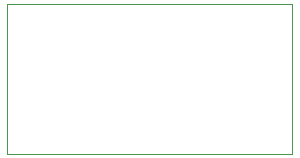
<source format=gbr>
G04 #@! TF.GenerationSoftware,KiCad,Pcbnew,(5.1.7-0-10_14)*
G04 #@! TF.CreationDate,2020-10-07T21:58:26-07:00*
G04 #@! TF.ProjectId,RGB5050_mount,52474235-3035-4305-9f6d-6f756e742e6b,1*
G04 #@! TF.SameCoordinates,Original*
G04 #@! TF.FileFunction,Profile,NP*
%FSLAX46Y46*%
G04 Gerber Fmt 4.6, Leading zero omitted, Abs format (unit mm)*
G04 Created by KiCad (PCBNEW (5.1.7-0-10_14)) date 2020-10-07 21:58:26*
%MOMM*%
%LPD*%
G01*
G04 APERTURE LIST*
G04 #@! TA.AperFunction,Profile*
%ADD10C,0.050000*%
G04 #@! TD*
G04 APERTURE END LIST*
D10*
X137795000Y-88265000D02*
X137795000Y-75565000D01*
X161925000Y-88265000D02*
X137795000Y-88265000D01*
X161925000Y-75565000D02*
X161925000Y-88265000D01*
X137795000Y-75565000D02*
X161925000Y-75565000D01*
M02*

</source>
